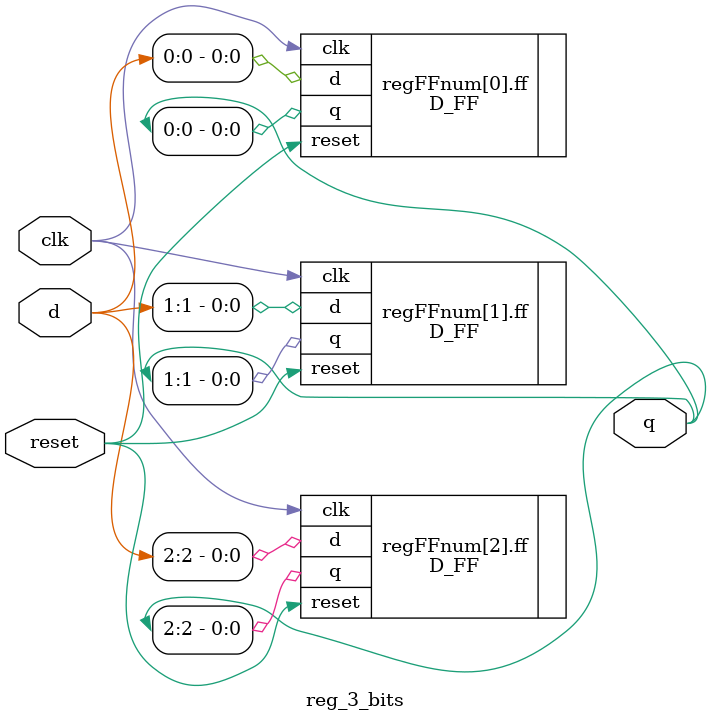
<source format=sv>
`timescale 1ns/10ps

module reg_3_bits (
	output logic [2:0] q, 
	input logic [2:0] d, 
	input logic reset, 
	input logic clk
);
	
	genvar i;
	generate
		for(i=0; i<3; i++) begin : regFFnum
			D_FF ff (
				.q		(q[i]),
				.d		(d[i]),
				.reset	(reset),
				.clk	(clk)
			);
		end
	endgenerate


endmodule

</source>
